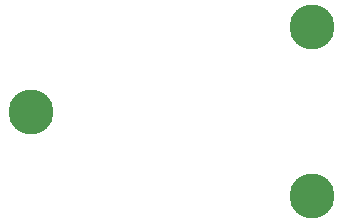
<source format=gbr>
%TF.GenerationSoftware,KiCad,Pcbnew,7.0.5*%
%TF.CreationDate,2024-03-20T17:14:58+08:00*%
%TF.ProjectId,ec11c,65633131-632e-46b6-9963-61645f706362,rev?*%
%TF.SameCoordinates,Original*%
%TF.FileFunction,Soldermask,Bot*%
%TF.FilePolarity,Negative*%
%FSLAX46Y46*%
G04 Gerber Fmt 4.6, Leading zero omitted, Abs format (unit mm)*
G04 Created by KiCad (PCBNEW 7.0.5) date 2024-03-20 17:14:58*
%MOMM*%
%LPD*%
G01*
G04 APERTURE LIST*
%ADD10C,3.800000*%
G04 APERTURE END LIST*
D10*
%TO.C,H3*%
X103577000Y-143664000D03*
%TD*%
%TO.C,H1*%
X79763000Y-136520000D03*
%TD*%
%TO.C,H2*%
X103577000Y-129376000D03*
%TD*%
M02*

</source>
